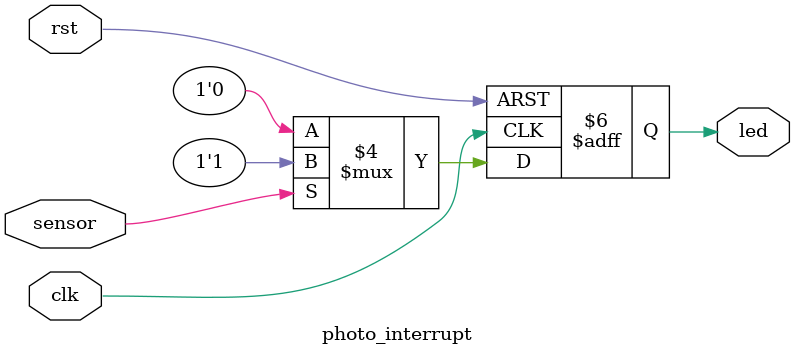
<source format=v>
`timescale 1ns / 1ps


module photo_interrupt( input wire clk , 
input wire rst , 
input wire sensor , 
output reg led );

localparam low = 1'b0;
localparam high = 1'b1;

always @ (posedge clk or posedge rst)
begin
    if(rst)
    begin
    led<=low;
    end 
else begin
    if(sensor == high)begin
    led<= high; 
    end
    else begin
    led<=low;
    end 
    end
end 
endmodule

</source>
